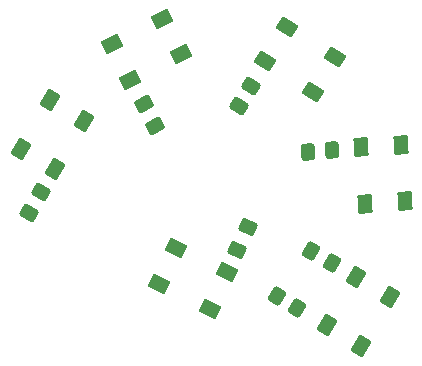
<source format=gbr>
%TF.GenerationSoftware,KiCad,Pcbnew,(7.0.0)*%
%TF.CreationDate,2023-03-21T20:59:30-07:00*%
%TF.ProjectId,Ladder LEDs v1,4c616464-6572-4204-9c45-44732076312e,rev?*%
%TF.SameCoordinates,Original*%
%TF.FileFunction,Paste,Bot*%
%TF.FilePolarity,Positive*%
%FSLAX46Y46*%
G04 Gerber Fmt 4.6, Leading zero omitted, Abs format (unit mm)*
G04 Created by KiCad (PCBNEW (7.0.0)) date 2023-03-21 20:59:30*
%MOMM*%
%LPD*%
G01*
G04 APERTURE LIST*
G04 Aperture macros list*
%AMRoundRect*
0 Rectangle with rounded corners*
0 $1 Rounding radius*
0 $2 $3 $4 $5 $6 $7 $8 $9 X,Y pos of 4 corners*
0 Add a 4 corners polygon primitive as box body*
4,1,4,$2,$3,$4,$5,$6,$7,$8,$9,$2,$3,0*
0 Add four circle primitives for the rounded corners*
1,1,$1+$1,$2,$3*
1,1,$1+$1,$4,$5*
1,1,$1+$1,$6,$7*
1,1,$1+$1,$8,$9*
0 Add four rect primitives between the rounded corners*
20,1,$1+$1,$2,$3,$4,$5,0*
20,1,$1+$1,$4,$5,$6,$7,0*
20,1,$1+$1,$6,$7,$8,$9,0*
20,1,$1+$1,$8,$9,$2,$3,0*%
G04 Aperture macros list end*
%ADD10RoundRect,0.250000X0.233329X-0.533937X0.580980X0.044651X-0.233329X0.533937X-0.580980X-0.044651X0*%
%ADD11RoundRect,0.078740X-0.887889X-0.059844X0.335437X-0.824263X0.887889X0.059844X-0.335437X0.824263X0*%
%ADD12RoundRect,0.250000X-0.303544X-0.497386X0.369812X-0.450300X0.303544X0.497386X-0.369812X0.450300X0*%
%ADD13RoundRect,0.078740X-0.570303X0.683142X-0.469678X-0.755864X0.570303X-0.683142X0.469678X0.755864X0*%
%ADD14RoundRect,0.250000X-0.287863X0.506623X-0.573130X-0.105135X0.287863X-0.506623X0.573130X0.105135X0*%
%ADD15RoundRect,0.078740X-0.075331X0.886709X-0.818283X-0.349772X0.075331X-0.886709X0.818283X0.349772X0*%
%ADD16RoundRect,0.078740X0.075331X-0.886709X0.818283X0.349772X-0.075331X0.886709X-0.818283X-0.349772X0*%
%ADD17RoundRect,0.078740X0.875407X0.159971X-0.426590X0.780992X-0.875407X-0.159971X0.426590X-0.780992X0*%
%ADD18RoundRect,0.250000X0.223975X-0.537928X0.581671X0.034505X-0.223975X0.537928X-0.581671X-0.034505X0*%
%ADD19RoundRect,0.250000X-0.533937X-0.233329X0.044651X-0.580980X0.533937X0.233329X-0.044651X0.580980X0*%
%ADD20RoundRect,0.078740X-0.406000X-0.791891X0.879294X-0.137001X0.406000X0.791891X-0.879294X0.137001X0*%
%ADD21RoundRect,0.250000X0.576450X-0.085069X0.270006X0.516360X-0.576450X0.085069X-0.270006X-0.516360X0*%
%ADD22RoundRect,0.250000X-0.535281X-0.196150X0.058353X-0.567093X0.535281X0.196150X-0.058353X0.567093X0*%
G04 APERTURE END LIST*
D10*
%TO.C,C5*%
X130550011Y-104850008D03*
X131618715Y-103071386D03*
%TD*%
D11*
%TO.C,U3*%
X150579369Y-92006388D03*
X152381094Y-89123024D03*
X156451725Y-91666636D03*
X154650000Y-94550000D03*
%TD*%
D12*
%TO.C,C2*%
X154150003Y-99650003D03*
X156219949Y-99505259D03*
%TD*%
D13*
%TO.C,U2*%
X158658283Y-99287172D03*
X162050000Y-99050000D03*
X162384831Y-103838308D03*
X158993114Y-104075480D03*
%TD*%
D14*
%TO.C,C6*%
X149088466Y-106059706D03*
X148211534Y-107940294D03*
%TD*%
D15*
%TO.C,U1*%
X158228907Y-110217234D03*
X161143276Y-111968363D03*
X158671093Y-116082766D03*
X155756724Y-114331637D03*
%TD*%
D16*
%TO.C,U5*%
X132771093Y-101132766D03*
X129856724Y-99381637D03*
X132328907Y-95267234D03*
X135243276Y-97018363D03*
%TD*%
D17*
%TO.C,U6*%
X147332410Y-109866454D03*
X145868672Y-112935244D03*
X141536262Y-110868790D03*
X143000000Y-107800000D03*
%TD*%
D18*
%TO.C,C3*%
X148300411Y-95809699D03*
X149399993Y-94049999D03*
%TD*%
D19*
%TO.C,C1*%
X154460689Y-108015648D03*
X156239311Y-109084352D03*
%TD*%
D20*
%TO.C,U4*%
X139123168Y-93579154D03*
X137579600Y-90549732D03*
X141856432Y-88370578D03*
X143400000Y-91400000D03*
%TD*%
D21*
%TO.C,C4*%
X141200000Y-97449999D03*
X140257970Y-95601161D03*
%TD*%
D22*
%TO.C,R1*%
X151551952Y-111820081D03*
X153248048Y-112879919D03*
%TD*%
M02*

</source>
